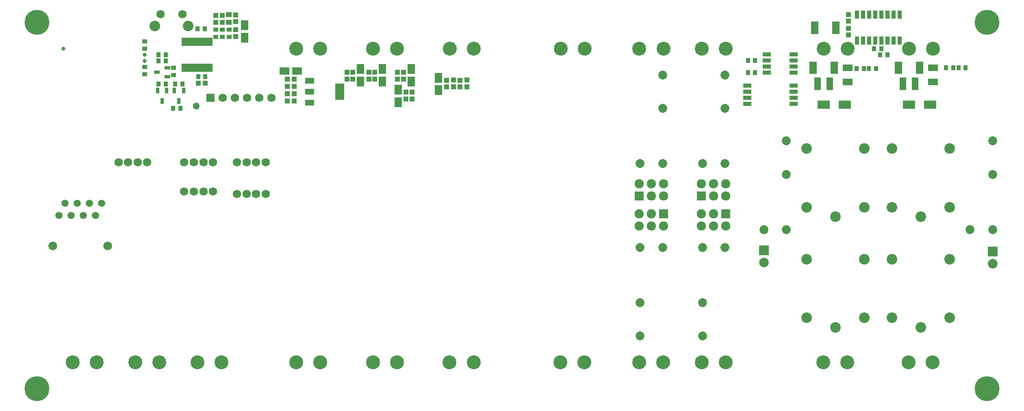
<source format=gbs>
G04*
G04 #@! TF.GenerationSoftware,Altium Limited,Altium Designer,19.0.10 (269)*
G04*
G04 Layer_Color=16711935*
%FSLAX25Y25*%
%MOIN*%
G70*
G01*
G75*
%ADD68C,0.03937*%
%ADD70R,0.03950X0.04343*%
%ADD74C,0.01981*%
%ADD75R,0.04343X0.03556*%
%ADD76R,0.03556X0.04343*%
%ADD77R,0.04343X0.03950*%
%ADD80R,0.06312X0.01981*%
%ADD87R,0.03359X0.06804*%
%ADD115C,0.07198*%
%ADD116C,0.05930*%
%ADD117R,0.06800X0.06800*%
%ADD118C,0.06800*%
%ADD119C,0.07591*%
%ADD120R,0.07591X0.07591*%
%ADD121C,0.11430*%
%ADD122C,0.08674*%
%ADD123R,0.07887X0.07887*%
%ADD124C,0.07887*%
%ADD125C,0.07296*%
%ADD126C,0.20485*%
%ADD127C,0.06902*%
%ADD128C,0.03162*%
%ADD167R,0.06312X0.02572*%
%ADD168R,0.09855X0.07099*%
%ADD169R,0.07099X0.03359*%
%ADD170R,0.05524X0.02572*%
%ADD171R,0.07887X0.05524*%
%ADD172R,0.06509X0.03556*%
%ADD173R,0.05918X0.07887*%
%ADD174R,0.07296X0.04540*%
%ADD175R,0.07296X0.13595*%
%ADD176R,0.07887X0.05918*%
%ADD177R,0.02513X0.06808*%
%ADD178R,0.04934X0.03162*%
%ADD179R,0.03162X0.04934*%
%ADD180R,0.04737X0.04147*%
D68*
X151200Y251900D02*
X150647Y252661D01*
X149753Y252370D01*
Y251430D01*
X150647Y251139D01*
X151200Y251900D01*
D70*
X225197Y255906D02*
D03*
X230709D02*
D03*
X225197Y261942D02*
D03*
X230709D02*
D03*
X225197Y274016D02*
D03*
X230709D02*
D03*
X225197Y267979D02*
D03*
X230709D02*
D03*
X152173Y270866D02*
D03*
X157685D02*
D03*
D74*
X148900Y251900D02*
D03*
X151900D02*
D03*
D75*
X108268Y284055D02*
D03*
Y278150D02*
D03*
X108268Y299055D02*
D03*
Y304961D02*
D03*
X177297Y308858D02*
D03*
Y314764D02*
D03*
X131890Y277362D02*
D03*
Y283268D02*
D03*
X171916Y314764D02*
D03*
Y308858D02*
D03*
X166535Y314764D02*
D03*
Y308858D02*
D03*
D76*
X771453Y283465D02*
D03*
X765547D02*
D03*
X781553D02*
D03*
X775647D02*
D03*
X708076Y282712D02*
D03*
X702170D02*
D03*
X697976D02*
D03*
X692070D02*
D03*
X711437Y294094D02*
D03*
X717343D02*
D03*
X712343Y299213D02*
D03*
X706437D02*
D03*
X602953Y279528D02*
D03*
X608858D02*
D03*
X602953Y289528D02*
D03*
X608858D02*
D03*
X151378Y315354D02*
D03*
X157283D02*
D03*
X157882Y275984D02*
D03*
X151976D02*
D03*
X125394Y270079D02*
D03*
X119488D02*
D03*
X139173D02*
D03*
X133268D02*
D03*
X131496Y250000D02*
D03*
X137402D02*
D03*
X125394Y294094D02*
D03*
X119488D02*
D03*
X125394Y289055D02*
D03*
X119488D02*
D03*
D77*
X685433Y315748D02*
D03*
Y310236D02*
D03*
Y327165D02*
D03*
Y321654D02*
D03*
X355906Y267717D02*
D03*
Y273228D02*
D03*
X361417Y267728D02*
D03*
Y273240D02*
D03*
X366929Y267717D02*
D03*
Y273228D02*
D03*
X372441Y267728D02*
D03*
Y273240D02*
D03*
X315354Y279705D02*
D03*
Y274193D02*
D03*
X320472Y279705D02*
D03*
Y274193D02*
D03*
X322441Y257833D02*
D03*
Y263345D02*
D03*
X327559Y257833D02*
D03*
Y263345D02*
D03*
X278740Y279705D02*
D03*
Y274193D02*
D03*
X274016Y279705D02*
D03*
Y274193D02*
D03*
X292126Y279705D02*
D03*
Y274193D02*
D03*
X296850Y279705D02*
D03*
Y274193D02*
D03*
X182677Y309055D02*
D03*
Y314567D02*
D03*
X171850Y326378D02*
D03*
Y320866D02*
D03*
X166535Y326378D02*
D03*
Y320866D02*
D03*
X182677Y326772D02*
D03*
Y321260D02*
D03*
D80*
X673699Y279528D02*
D03*
Y281496D02*
D03*
Y283465D02*
D03*
Y285433D02*
D03*
Y287402D02*
D03*
X656376D02*
D03*
Y285433D02*
D03*
Y283465D02*
D03*
Y281496D02*
D03*
Y279528D02*
D03*
X743699D02*
D03*
Y281496D02*
D03*
Y283465D02*
D03*
Y285433D02*
D03*
Y287402D02*
D03*
X726376D02*
D03*
Y285433D02*
D03*
Y283465D02*
D03*
Y281496D02*
D03*
Y279528D02*
D03*
D87*
X692343Y305858D02*
D03*
X697342D02*
D03*
X702343D02*
D03*
X707342D02*
D03*
X712343D02*
D03*
X717343D02*
D03*
X722342D02*
D03*
X727343D02*
D03*
Y327213D02*
D03*
X722342D02*
D03*
X717343D02*
D03*
X712343D02*
D03*
X707342D02*
D03*
X702343D02*
D03*
X697342D02*
D03*
X692343D02*
D03*
D115*
X32700Y137000D02*
D03*
X77700D02*
D03*
D116*
X37700Y162000D02*
D03*
X42700Y172000D02*
D03*
X47700Y162000D02*
D03*
X52700Y172000D02*
D03*
X57700Y162000D02*
D03*
X62700Y172000D02*
D03*
X67700Y162000D02*
D03*
X72700Y172000D02*
D03*
D117*
X162000Y258588D02*
D03*
D118*
X172000D02*
D03*
X182000D02*
D03*
X192000D02*
D03*
X202000D02*
D03*
X212000D02*
D03*
X110236Y205638D02*
D03*
X86614D02*
D03*
X94488D02*
D03*
X102362D02*
D03*
X164173Y181613D02*
D03*
X140551D02*
D03*
X148425D02*
D03*
X156299D02*
D03*
X164173Y205638D02*
D03*
X140551D02*
D03*
X148425D02*
D03*
X156299D02*
D03*
X207480D02*
D03*
X183858D02*
D03*
X191732D02*
D03*
X199606D02*
D03*
X207480Y179638D02*
D03*
X183858D02*
D03*
X191732D02*
D03*
X199606D02*
D03*
D119*
X533700Y188150D02*
D03*
Y178150D02*
D03*
X523700Y188150D02*
D03*
Y178150D02*
D03*
X513700Y188150D02*
D03*
X584881D02*
D03*
Y178150D02*
D03*
X574881Y188150D02*
D03*
Y178150D02*
D03*
X564881Y188150D02*
D03*
Y153386D02*
D03*
Y163386D02*
D03*
X574881Y153386D02*
D03*
Y163386D02*
D03*
X584881Y153386D02*
D03*
X513700D02*
D03*
Y163386D02*
D03*
X523700Y153386D02*
D03*
Y163386D02*
D03*
X533700Y153386D02*
D03*
D120*
X513700Y178150D02*
D03*
X564881D02*
D03*
X584881Y163386D02*
D03*
X533700D02*
D03*
D121*
X449213Y41339D02*
D03*
X468898D02*
D03*
X469054Y299213D02*
D03*
X449368D02*
D03*
X665038D02*
D03*
X684723D02*
D03*
X735038D02*
D03*
X754723D02*
D03*
X664882Y41339D02*
D03*
X684567D02*
D03*
X734882D02*
D03*
X754567D02*
D03*
X232439Y299213D02*
D03*
X252124D02*
D03*
X295431D02*
D03*
X315117D02*
D03*
X251969Y41339D02*
D03*
X232283D02*
D03*
X171260Y41339D02*
D03*
X151575D02*
D03*
X120079Y41339D02*
D03*
X100394D02*
D03*
X68898D02*
D03*
X49213D02*
D03*
X533465D02*
D03*
X513779D02*
D03*
X584646D02*
D03*
X564961D02*
D03*
X513935Y299213D02*
D03*
X533620D02*
D03*
X565117D02*
D03*
X584801D02*
D03*
X377953Y41339D02*
D03*
X358268D02*
D03*
X314961D02*
D03*
X295276D02*
D03*
X358424Y299213D02*
D03*
X378109D02*
D03*
D122*
X651180Y216929D02*
D03*
X698424D02*
D03*
Y168898D02*
D03*
X651180D02*
D03*
X674802Y161024D02*
D03*
X651180Y126031D02*
D03*
X698424D02*
D03*
Y78000D02*
D03*
X651180D02*
D03*
X674802Y70126D02*
D03*
X721180Y216929D02*
D03*
X768424D02*
D03*
Y168898D02*
D03*
X721180D02*
D03*
X744802Y161024D02*
D03*
X721180Y126031D02*
D03*
X768424D02*
D03*
Y78000D02*
D03*
X721180D02*
D03*
X744802Y70126D02*
D03*
X143917Y317756D02*
D03*
X116319D02*
D03*
D123*
X615945Y133280D02*
D03*
X803740Y132492D02*
D03*
D124*
X615945Y123280D02*
D03*
X803740Y122492D02*
D03*
D125*
X615945Y150551D02*
D03*
X634449D02*
D03*
Y195827D02*
D03*
Y223386D02*
D03*
X785236Y150551D02*
D03*
X803740D02*
D03*
Y195827D02*
D03*
Y223386D02*
D03*
X532952Y135827D02*
D03*
X514448D02*
D03*
Y90551D02*
D03*
Y62992D02*
D03*
X584133Y135827D02*
D03*
X565629D02*
D03*
Y90551D02*
D03*
Y62992D02*
D03*
X514448Y204724D02*
D03*
X532952D02*
D03*
Y250000D02*
D03*
Y277559D02*
D03*
X565629Y204724D02*
D03*
X584133D02*
D03*
Y250000D02*
D03*
Y277559D02*
D03*
D126*
X799213Y320866D02*
D03*
Y19685D02*
D03*
X19685D02*
D03*
Y320866D02*
D03*
D127*
X138976Y327559D02*
D03*
X121260D02*
D03*
D128*
X41339Y299055D02*
D03*
X108268Y289055D02*
D03*
X108268Y294055D02*
D03*
D167*
X674961Y312261D02*
D03*
Y314821D02*
D03*
Y317379D02*
D03*
Y319939D02*
D03*
X657639D02*
D03*
Y317379D02*
D03*
Y314821D02*
D03*
Y312261D02*
D03*
D168*
X665153Y253150D02*
D03*
X682476D02*
D03*
X735153D02*
D03*
X752476D02*
D03*
D169*
X602362Y253701D02*
D03*
Y258701D02*
D03*
Y263701D02*
D03*
Y268701D02*
D03*
X640551D02*
D03*
Y263701D02*
D03*
Y258701D02*
D03*
Y253701D02*
D03*
D170*
X660116Y274213D02*
D03*
Y271654D02*
D03*
Y269094D02*
D03*
Y266535D02*
D03*
X669959D02*
D03*
Y269094D02*
D03*
Y271654D02*
D03*
Y274213D02*
D03*
X730117D02*
D03*
Y271654D02*
D03*
Y269094D02*
D03*
Y266535D02*
D03*
X739959D02*
D03*
Y269094D02*
D03*
Y271654D02*
D03*
Y274213D02*
D03*
D171*
X684723Y283465D02*
D03*
Y271654D02*
D03*
X754723Y283465D02*
D03*
Y271654D02*
D03*
D172*
X640551Y279528D02*
D03*
Y284528D02*
D03*
Y289528D02*
D03*
Y294528D02*
D03*
X618504D02*
D03*
Y289528D02*
D03*
Y284528D02*
D03*
Y279528D02*
D03*
D173*
X349213Y264961D02*
D03*
Y275197D02*
D03*
X326772Y282392D02*
D03*
Y272155D02*
D03*
X316142Y255146D02*
D03*
Y265382D02*
D03*
X285254Y282392D02*
D03*
Y272155D02*
D03*
X303246Y282392D02*
D03*
Y272155D02*
D03*
X190157Y318366D02*
D03*
Y308130D02*
D03*
D174*
X243298Y254745D02*
D03*
Y263800D02*
D03*
Y272855D02*
D03*
D175*
X268102Y263800D02*
D03*
D176*
X222835Y280709D02*
D03*
X233071D02*
D03*
D177*
X139929Y283417D02*
D03*
X142433D02*
D03*
X144929D02*
D03*
X147433D02*
D03*
X149929D02*
D03*
X152433D02*
D03*
X154929D02*
D03*
X157433D02*
D03*
X159929D02*
D03*
X162433D02*
D03*
Y304772D02*
D03*
X159929D02*
D03*
X157433D02*
D03*
X154929D02*
D03*
X152433D02*
D03*
X149929D02*
D03*
X147433D02*
D03*
X144929D02*
D03*
X142433D02*
D03*
X139929D02*
D03*
D178*
X118110Y279724D02*
D03*
X126772Y275984D02*
D03*
Y283465D02*
D03*
D179*
X136221Y255906D02*
D03*
X139961Y264567D02*
D03*
X132480D02*
D03*
X122441Y255906D02*
D03*
X126181Y264567D02*
D03*
X118701D02*
D03*
D180*
X177165Y327165D02*
D03*
Y320866D02*
D03*
M02*

</source>
